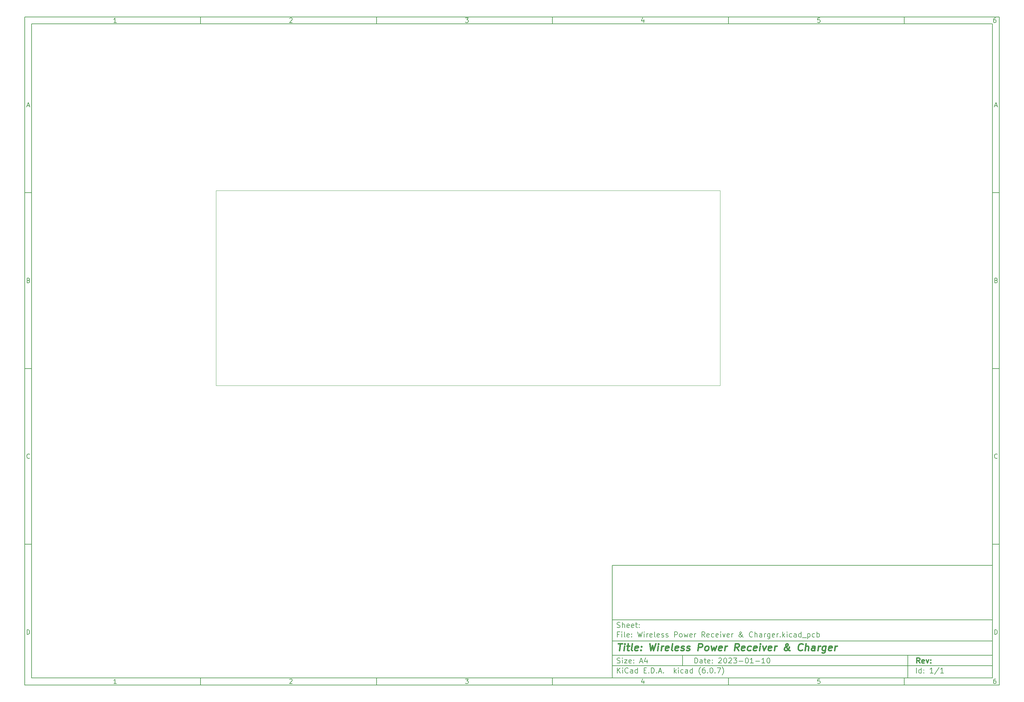
<source format=gbr>
%TF.GenerationSoftware,KiCad,Pcbnew,(6.0.7)*%
%TF.CreationDate,2023-01-12T19:29:26+03:00*%
%TF.ProjectId,Wireless Power Receiver & Charger,57697265-6c65-4737-9320-506f77657220,rev?*%
%TF.SameCoordinates,Original*%
%TF.FileFunction,Profile,NP*%
%FSLAX46Y46*%
G04 Gerber Fmt 4.6, Leading zero omitted, Abs format (unit mm)*
G04 Created by KiCad (PCBNEW (6.0.7)) date 2023-01-12 19:29:26*
%MOMM*%
%LPD*%
G01*
G04 APERTURE LIST*
%ADD10C,0.100000*%
%ADD11C,0.150000*%
%ADD12C,0.300000*%
%ADD13C,0.400000*%
%TA.AperFunction,Profile*%
%ADD14C,0.100000*%
%TD*%
G04 APERTURE END LIST*
D10*
D11*
X177002200Y-166007200D02*
X177002200Y-198007200D01*
X285002200Y-198007200D01*
X285002200Y-166007200D01*
X177002200Y-166007200D01*
D10*
D11*
X10000000Y-10000000D02*
X10000000Y-200007200D01*
X287002200Y-200007200D01*
X287002200Y-10000000D01*
X10000000Y-10000000D01*
D10*
D11*
X12000000Y-12000000D02*
X12000000Y-198007200D01*
X285002200Y-198007200D01*
X285002200Y-12000000D01*
X12000000Y-12000000D01*
D10*
D11*
X60000000Y-12000000D02*
X60000000Y-10000000D01*
D10*
D11*
X110000000Y-12000000D02*
X110000000Y-10000000D01*
D10*
D11*
X160000000Y-12000000D02*
X160000000Y-10000000D01*
D10*
D11*
X210000000Y-12000000D02*
X210000000Y-10000000D01*
D10*
D11*
X260000000Y-12000000D02*
X260000000Y-10000000D01*
D10*
D11*
X36065476Y-11588095D02*
X35322619Y-11588095D01*
X35694047Y-11588095D02*
X35694047Y-10288095D01*
X35570238Y-10473809D01*
X35446428Y-10597619D01*
X35322619Y-10659523D01*
D10*
D11*
X85322619Y-10411904D02*
X85384523Y-10350000D01*
X85508333Y-10288095D01*
X85817857Y-10288095D01*
X85941666Y-10350000D01*
X86003571Y-10411904D01*
X86065476Y-10535714D01*
X86065476Y-10659523D01*
X86003571Y-10845238D01*
X85260714Y-11588095D01*
X86065476Y-11588095D01*
D10*
D11*
X135260714Y-10288095D02*
X136065476Y-10288095D01*
X135632142Y-10783333D01*
X135817857Y-10783333D01*
X135941666Y-10845238D01*
X136003571Y-10907142D01*
X136065476Y-11030952D01*
X136065476Y-11340476D01*
X136003571Y-11464285D01*
X135941666Y-11526190D01*
X135817857Y-11588095D01*
X135446428Y-11588095D01*
X135322619Y-11526190D01*
X135260714Y-11464285D01*
D10*
D11*
X185941666Y-10721428D02*
X185941666Y-11588095D01*
X185632142Y-10226190D02*
X185322619Y-11154761D01*
X186127380Y-11154761D01*
D10*
D11*
X236003571Y-10288095D02*
X235384523Y-10288095D01*
X235322619Y-10907142D01*
X235384523Y-10845238D01*
X235508333Y-10783333D01*
X235817857Y-10783333D01*
X235941666Y-10845238D01*
X236003571Y-10907142D01*
X236065476Y-11030952D01*
X236065476Y-11340476D01*
X236003571Y-11464285D01*
X235941666Y-11526190D01*
X235817857Y-11588095D01*
X235508333Y-11588095D01*
X235384523Y-11526190D01*
X235322619Y-11464285D01*
D10*
D11*
X285941666Y-10288095D02*
X285694047Y-10288095D01*
X285570238Y-10350000D01*
X285508333Y-10411904D01*
X285384523Y-10597619D01*
X285322619Y-10845238D01*
X285322619Y-11340476D01*
X285384523Y-11464285D01*
X285446428Y-11526190D01*
X285570238Y-11588095D01*
X285817857Y-11588095D01*
X285941666Y-11526190D01*
X286003571Y-11464285D01*
X286065476Y-11340476D01*
X286065476Y-11030952D01*
X286003571Y-10907142D01*
X285941666Y-10845238D01*
X285817857Y-10783333D01*
X285570238Y-10783333D01*
X285446428Y-10845238D01*
X285384523Y-10907142D01*
X285322619Y-11030952D01*
D10*
D11*
X60000000Y-198007200D02*
X60000000Y-200007200D01*
D10*
D11*
X110000000Y-198007200D02*
X110000000Y-200007200D01*
D10*
D11*
X160000000Y-198007200D02*
X160000000Y-200007200D01*
D10*
D11*
X210000000Y-198007200D02*
X210000000Y-200007200D01*
D10*
D11*
X260000000Y-198007200D02*
X260000000Y-200007200D01*
D10*
D11*
X36065476Y-199595295D02*
X35322619Y-199595295D01*
X35694047Y-199595295D02*
X35694047Y-198295295D01*
X35570238Y-198481009D01*
X35446428Y-198604819D01*
X35322619Y-198666723D01*
D10*
D11*
X85322619Y-198419104D02*
X85384523Y-198357200D01*
X85508333Y-198295295D01*
X85817857Y-198295295D01*
X85941666Y-198357200D01*
X86003571Y-198419104D01*
X86065476Y-198542914D01*
X86065476Y-198666723D01*
X86003571Y-198852438D01*
X85260714Y-199595295D01*
X86065476Y-199595295D01*
D10*
D11*
X135260714Y-198295295D02*
X136065476Y-198295295D01*
X135632142Y-198790533D01*
X135817857Y-198790533D01*
X135941666Y-198852438D01*
X136003571Y-198914342D01*
X136065476Y-199038152D01*
X136065476Y-199347676D01*
X136003571Y-199471485D01*
X135941666Y-199533390D01*
X135817857Y-199595295D01*
X135446428Y-199595295D01*
X135322619Y-199533390D01*
X135260714Y-199471485D01*
D10*
D11*
X185941666Y-198728628D02*
X185941666Y-199595295D01*
X185632142Y-198233390D02*
X185322619Y-199161961D01*
X186127380Y-199161961D01*
D10*
D11*
X236003571Y-198295295D02*
X235384523Y-198295295D01*
X235322619Y-198914342D01*
X235384523Y-198852438D01*
X235508333Y-198790533D01*
X235817857Y-198790533D01*
X235941666Y-198852438D01*
X236003571Y-198914342D01*
X236065476Y-199038152D01*
X236065476Y-199347676D01*
X236003571Y-199471485D01*
X235941666Y-199533390D01*
X235817857Y-199595295D01*
X235508333Y-199595295D01*
X235384523Y-199533390D01*
X235322619Y-199471485D01*
D10*
D11*
X285941666Y-198295295D02*
X285694047Y-198295295D01*
X285570238Y-198357200D01*
X285508333Y-198419104D01*
X285384523Y-198604819D01*
X285322619Y-198852438D01*
X285322619Y-199347676D01*
X285384523Y-199471485D01*
X285446428Y-199533390D01*
X285570238Y-199595295D01*
X285817857Y-199595295D01*
X285941666Y-199533390D01*
X286003571Y-199471485D01*
X286065476Y-199347676D01*
X286065476Y-199038152D01*
X286003571Y-198914342D01*
X285941666Y-198852438D01*
X285817857Y-198790533D01*
X285570238Y-198790533D01*
X285446428Y-198852438D01*
X285384523Y-198914342D01*
X285322619Y-199038152D01*
D10*
D11*
X10000000Y-60000000D02*
X12000000Y-60000000D01*
D10*
D11*
X10000000Y-110000000D02*
X12000000Y-110000000D01*
D10*
D11*
X10000000Y-160000000D02*
X12000000Y-160000000D01*
D10*
D11*
X10690476Y-35216666D02*
X11309523Y-35216666D01*
X10566666Y-35588095D02*
X11000000Y-34288095D01*
X11433333Y-35588095D01*
D10*
D11*
X11092857Y-84907142D02*
X11278571Y-84969047D01*
X11340476Y-85030952D01*
X11402380Y-85154761D01*
X11402380Y-85340476D01*
X11340476Y-85464285D01*
X11278571Y-85526190D01*
X11154761Y-85588095D01*
X10659523Y-85588095D01*
X10659523Y-84288095D01*
X11092857Y-84288095D01*
X11216666Y-84350000D01*
X11278571Y-84411904D01*
X11340476Y-84535714D01*
X11340476Y-84659523D01*
X11278571Y-84783333D01*
X11216666Y-84845238D01*
X11092857Y-84907142D01*
X10659523Y-84907142D01*
D10*
D11*
X11402380Y-135464285D02*
X11340476Y-135526190D01*
X11154761Y-135588095D01*
X11030952Y-135588095D01*
X10845238Y-135526190D01*
X10721428Y-135402380D01*
X10659523Y-135278571D01*
X10597619Y-135030952D01*
X10597619Y-134845238D01*
X10659523Y-134597619D01*
X10721428Y-134473809D01*
X10845238Y-134350000D01*
X11030952Y-134288095D01*
X11154761Y-134288095D01*
X11340476Y-134350000D01*
X11402380Y-134411904D01*
D10*
D11*
X10659523Y-185588095D02*
X10659523Y-184288095D01*
X10969047Y-184288095D01*
X11154761Y-184350000D01*
X11278571Y-184473809D01*
X11340476Y-184597619D01*
X11402380Y-184845238D01*
X11402380Y-185030952D01*
X11340476Y-185278571D01*
X11278571Y-185402380D01*
X11154761Y-185526190D01*
X10969047Y-185588095D01*
X10659523Y-185588095D01*
D10*
D11*
X287002200Y-60000000D02*
X285002200Y-60000000D01*
D10*
D11*
X287002200Y-110000000D02*
X285002200Y-110000000D01*
D10*
D11*
X287002200Y-160000000D02*
X285002200Y-160000000D01*
D10*
D11*
X285692676Y-35216666D02*
X286311723Y-35216666D01*
X285568866Y-35588095D02*
X286002200Y-34288095D01*
X286435533Y-35588095D01*
D10*
D11*
X286095057Y-84907142D02*
X286280771Y-84969047D01*
X286342676Y-85030952D01*
X286404580Y-85154761D01*
X286404580Y-85340476D01*
X286342676Y-85464285D01*
X286280771Y-85526190D01*
X286156961Y-85588095D01*
X285661723Y-85588095D01*
X285661723Y-84288095D01*
X286095057Y-84288095D01*
X286218866Y-84350000D01*
X286280771Y-84411904D01*
X286342676Y-84535714D01*
X286342676Y-84659523D01*
X286280771Y-84783333D01*
X286218866Y-84845238D01*
X286095057Y-84907142D01*
X285661723Y-84907142D01*
D10*
D11*
X286404580Y-135464285D02*
X286342676Y-135526190D01*
X286156961Y-135588095D01*
X286033152Y-135588095D01*
X285847438Y-135526190D01*
X285723628Y-135402380D01*
X285661723Y-135278571D01*
X285599819Y-135030952D01*
X285599819Y-134845238D01*
X285661723Y-134597619D01*
X285723628Y-134473809D01*
X285847438Y-134350000D01*
X286033152Y-134288095D01*
X286156961Y-134288095D01*
X286342676Y-134350000D01*
X286404580Y-134411904D01*
D10*
D11*
X285661723Y-185588095D02*
X285661723Y-184288095D01*
X285971247Y-184288095D01*
X286156961Y-184350000D01*
X286280771Y-184473809D01*
X286342676Y-184597619D01*
X286404580Y-184845238D01*
X286404580Y-185030952D01*
X286342676Y-185278571D01*
X286280771Y-185402380D01*
X286156961Y-185526190D01*
X285971247Y-185588095D01*
X285661723Y-185588095D01*
D10*
D11*
X200434342Y-193785771D02*
X200434342Y-192285771D01*
X200791485Y-192285771D01*
X201005771Y-192357200D01*
X201148628Y-192500057D01*
X201220057Y-192642914D01*
X201291485Y-192928628D01*
X201291485Y-193142914D01*
X201220057Y-193428628D01*
X201148628Y-193571485D01*
X201005771Y-193714342D01*
X200791485Y-193785771D01*
X200434342Y-193785771D01*
X202577200Y-193785771D02*
X202577200Y-193000057D01*
X202505771Y-192857200D01*
X202362914Y-192785771D01*
X202077200Y-192785771D01*
X201934342Y-192857200D01*
X202577200Y-193714342D02*
X202434342Y-193785771D01*
X202077200Y-193785771D01*
X201934342Y-193714342D01*
X201862914Y-193571485D01*
X201862914Y-193428628D01*
X201934342Y-193285771D01*
X202077200Y-193214342D01*
X202434342Y-193214342D01*
X202577200Y-193142914D01*
X203077200Y-192785771D02*
X203648628Y-192785771D01*
X203291485Y-192285771D02*
X203291485Y-193571485D01*
X203362914Y-193714342D01*
X203505771Y-193785771D01*
X203648628Y-193785771D01*
X204720057Y-193714342D02*
X204577200Y-193785771D01*
X204291485Y-193785771D01*
X204148628Y-193714342D01*
X204077200Y-193571485D01*
X204077200Y-193000057D01*
X204148628Y-192857200D01*
X204291485Y-192785771D01*
X204577200Y-192785771D01*
X204720057Y-192857200D01*
X204791485Y-193000057D01*
X204791485Y-193142914D01*
X204077200Y-193285771D01*
X205434342Y-193642914D02*
X205505771Y-193714342D01*
X205434342Y-193785771D01*
X205362914Y-193714342D01*
X205434342Y-193642914D01*
X205434342Y-193785771D01*
X205434342Y-192857200D02*
X205505771Y-192928628D01*
X205434342Y-193000057D01*
X205362914Y-192928628D01*
X205434342Y-192857200D01*
X205434342Y-193000057D01*
X207220057Y-192428628D02*
X207291485Y-192357200D01*
X207434342Y-192285771D01*
X207791485Y-192285771D01*
X207934342Y-192357200D01*
X208005771Y-192428628D01*
X208077200Y-192571485D01*
X208077200Y-192714342D01*
X208005771Y-192928628D01*
X207148628Y-193785771D01*
X208077200Y-193785771D01*
X209005771Y-192285771D02*
X209148628Y-192285771D01*
X209291485Y-192357200D01*
X209362914Y-192428628D01*
X209434342Y-192571485D01*
X209505771Y-192857200D01*
X209505771Y-193214342D01*
X209434342Y-193500057D01*
X209362914Y-193642914D01*
X209291485Y-193714342D01*
X209148628Y-193785771D01*
X209005771Y-193785771D01*
X208862914Y-193714342D01*
X208791485Y-193642914D01*
X208720057Y-193500057D01*
X208648628Y-193214342D01*
X208648628Y-192857200D01*
X208720057Y-192571485D01*
X208791485Y-192428628D01*
X208862914Y-192357200D01*
X209005771Y-192285771D01*
X210077200Y-192428628D02*
X210148628Y-192357200D01*
X210291485Y-192285771D01*
X210648628Y-192285771D01*
X210791485Y-192357200D01*
X210862914Y-192428628D01*
X210934342Y-192571485D01*
X210934342Y-192714342D01*
X210862914Y-192928628D01*
X210005771Y-193785771D01*
X210934342Y-193785771D01*
X211434342Y-192285771D02*
X212362914Y-192285771D01*
X211862914Y-192857200D01*
X212077200Y-192857200D01*
X212220057Y-192928628D01*
X212291485Y-193000057D01*
X212362914Y-193142914D01*
X212362914Y-193500057D01*
X212291485Y-193642914D01*
X212220057Y-193714342D01*
X212077200Y-193785771D01*
X211648628Y-193785771D01*
X211505771Y-193714342D01*
X211434342Y-193642914D01*
X213005771Y-193214342D02*
X214148628Y-193214342D01*
X215148628Y-192285771D02*
X215291485Y-192285771D01*
X215434342Y-192357200D01*
X215505771Y-192428628D01*
X215577200Y-192571485D01*
X215648628Y-192857200D01*
X215648628Y-193214342D01*
X215577200Y-193500057D01*
X215505771Y-193642914D01*
X215434342Y-193714342D01*
X215291485Y-193785771D01*
X215148628Y-193785771D01*
X215005771Y-193714342D01*
X214934342Y-193642914D01*
X214862914Y-193500057D01*
X214791485Y-193214342D01*
X214791485Y-192857200D01*
X214862914Y-192571485D01*
X214934342Y-192428628D01*
X215005771Y-192357200D01*
X215148628Y-192285771D01*
X217077200Y-193785771D02*
X216220057Y-193785771D01*
X216648628Y-193785771D02*
X216648628Y-192285771D01*
X216505771Y-192500057D01*
X216362914Y-192642914D01*
X216220057Y-192714342D01*
X217720057Y-193214342D02*
X218862914Y-193214342D01*
X220362914Y-193785771D02*
X219505771Y-193785771D01*
X219934342Y-193785771D02*
X219934342Y-192285771D01*
X219791485Y-192500057D01*
X219648628Y-192642914D01*
X219505771Y-192714342D01*
X221291485Y-192285771D02*
X221434342Y-192285771D01*
X221577200Y-192357200D01*
X221648628Y-192428628D01*
X221720057Y-192571485D01*
X221791485Y-192857200D01*
X221791485Y-193214342D01*
X221720057Y-193500057D01*
X221648628Y-193642914D01*
X221577200Y-193714342D01*
X221434342Y-193785771D01*
X221291485Y-193785771D01*
X221148628Y-193714342D01*
X221077200Y-193642914D01*
X221005771Y-193500057D01*
X220934342Y-193214342D01*
X220934342Y-192857200D01*
X221005771Y-192571485D01*
X221077200Y-192428628D01*
X221148628Y-192357200D01*
X221291485Y-192285771D01*
D10*
D11*
X177002200Y-194507200D02*
X285002200Y-194507200D01*
D10*
D11*
X178434342Y-196585771D02*
X178434342Y-195085771D01*
X179291485Y-196585771D02*
X178648628Y-195728628D01*
X179291485Y-195085771D02*
X178434342Y-195942914D01*
X179934342Y-196585771D02*
X179934342Y-195585771D01*
X179934342Y-195085771D02*
X179862914Y-195157200D01*
X179934342Y-195228628D01*
X180005771Y-195157200D01*
X179934342Y-195085771D01*
X179934342Y-195228628D01*
X181505771Y-196442914D02*
X181434342Y-196514342D01*
X181220057Y-196585771D01*
X181077200Y-196585771D01*
X180862914Y-196514342D01*
X180720057Y-196371485D01*
X180648628Y-196228628D01*
X180577200Y-195942914D01*
X180577200Y-195728628D01*
X180648628Y-195442914D01*
X180720057Y-195300057D01*
X180862914Y-195157200D01*
X181077200Y-195085771D01*
X181220057Y-195085771D01*
X181434342Y-195157200D01*
X181505771Y-195228628D01*
X182791485Y-196585771D02*
X182791485Y-195800057D01*
X182720057Y-195657200D01*
X182577200Y-195585771D01*
X182291485Y-195585771D01*
X182148628Y-195657200D01*
X182791485Y-196514342D02*
X182648628Y-196585771D01*
X182291485Y-196585771D01*
X182148628Y-196514342D01*
X182077200Y-196371485D01*
X182077200Y-196228628D01*
X182148628Y-196085771D01*
X182291485Y-196014342D01*
X182648628Y-196014342D01*
X182791485Y-195942914D01*
X184148628Y-196585771D02*
X184148628Y-195085771D01*
X184148628Y-196514342D02*
X184005771Y-196585771D01*
X183720057Y-196585771D01*
X183577200Y-196514342D01*
X183505771Y-196442914D01*
X183434342Y-196300057D01*
X183434342Y-195871485D01*
X183505771Y-195728628D01*
X183577200Y-195657200D01*
X183720057Y-195585771D01*
X184005771Y-195585771D01*
X184148628Y-195657200D01*
X186005771Y-195800057D02*
X186505771Y-195800057D01*
X186720057Y-196585771D02*
X186005771Y-196585771D01*
X186005771Y-195085771D01*
X186720057Y-195085771D01*
X187362914Y-196442914D02*
X187434342Y-196514342D01*
X187362914Y-196585771D01*
X187291485Y-196514342D01*
X187362914Y-196442914D01*
X187362914Y-196585771D01*
X188077200Y-196585771D02*
X188077200Y-195085771D01*
X188434342Y-195085771D01*
X188648628Y-195157200D01*
X188791485Y-195300057D01*
X188862914Y-195442914D01*
X188934342Y-195728628D01*
X188934342Y-195942914D01*
X188862914Y-196228628D01*
X188791485Y-196371485D01*
X188648628Y-196514342D01*
X188434342Y-196585771D01*
X188077200Y-196585771D01*
X189577200Y-196442914D02*
X189648628Y-196514342D01*
X189577200Y-196585771D01*
X189505771Y-196514342D01*
X189577200Y-196442914D01*
X189577200Y-196585771D01*
X190220057Y-196157200D02*
X190934342Y-196157200D01*
X190077200Y-196585771D02*
X190577200Y-195085771D01*
X191077200Y-196585771D01*
X191577200Y-196442914D02*
X191648628Y-196514342D01*
X191577200Y-196585771D01*
X191505771Y-196514342D01*
X191577200Y-196442914D01*
X191577200Y-196585771D01*
X194577200Y-196585771D02*
X194577200Y-195085771D01*
X194720057Y-196014342D02*
X195148628Y-196585771D01*
X195148628Y-195585771D02*
X194577200Y-196157200D01*
X195791485Y-196585771D02*
X195791485Y-195585771D01*
X195791485Y-195085771D02*
X195720057Y-195157200D01*
X195791485Y-195228628D01*
X195862914Y-195157200D01*
X195791485Y-195085771D01*
X195791485Y-195228628D01*
X197148628Y-196514342D02*
X197005771Y-196585771D01*
X196720057Y-196585771D01*
X196577200Y-196514342D01*
X196505771Y-196442914D01*
X196434342Y-196300057D01*
X196434342Y-195871485D01*
X196505771Y-195728628D01*
X196577200Y-195657200D01*
X196720057Y-195585771D01*
X197005771Y-195585771D01*
X197148628Y-195657200D01*
X198434342Y-196585771D02*
X198434342Y-195800057D01*
X198362914Y-195657200D01*
X198220057Y-195585771D01*
X197934342Y-195585771D01*
X197791485Y-195657200D01*
X198434342Y-196514342D02*
X198291485Y-196585771D01*
X197934342Y-196585771D01*
X197791485Y-196514342D01*
X197720057Y-196371485D01*
X197720057Y-196228628D01*
X197791485Y-196085771D01*
X197934342Y-196014342D01*
X198291485Y-196014342D01*
X198434342Y-195942914D01*
X199791485Y-196585771D02*
X199791485Y-195085771D01*
X199791485Y-196514342D02*
X199648628Y-196585771D01*
X199362914Y-196585771D01*
X199220057Y-196514342D01*
X199148628Y-196442914D01*
X199077200Y-196300057D01*
X199077200Y-195871485D01*
X199148628Y-195728628D01*
X199220057Y-195657200D01*
X199362914Y-195585771D01*
X199648628Y-195585771D01*
X199791485Y-195657200D01*
X202077200Y-197157200D02*
X202005771Y-197085771D01*
X201862914Y-196871485D01*
X201791485Y-196728628D01*
X201720057Y-196514342D01*
X201648628Y-196157200D01*
X201648628Y-195871485D01*
X201720057Y-195514342D01*
X201791485Y-195300057D01*
X201862914Y-195157200D01*
X202005771Y-194942914D01*
X202077200Y-194871485D01*
X203291485Y-195085771D02*
X203005771Y-195085771D01*
X202862914Y-195157200D01*
X202791485Y-195228628D01*
X202648628Y-195442914D01*
X202577200Y-195728628D01*
X202577200Y-196300057D01*
X202648628Y-196442914D01*
X202720057Y-196514342D01*
X202862914Y-196585771D01*
X203148628Y-196585771D01*
X203291485Y-196514342D01*
X203362914Y-196442914D01*
X203434342Y-196300057D01*
X203434342Y-195942914D01*
X203362914Y-195800057D01*
X203291485Y-195728628D01*
X203148628Y-195657200D01*
X202862914Y-195657200D01*
X202720057Y-195728628D01*
X202648628Y-195800057D01*
X202577200Y-195942914D01*
X204077200Y-196442914D02*
X204148628Y-196514342D01*
X204077200Y-196585771D01*
X204005771Y-196514342D01*
X204077200Y-196442914D01*
X204077200Y-196585771D01*
X205077200Y-195085771D02*
X205220057Y-195085771D01*
X205362914Y-195157200D01*
X205434342Y-195228628D01*
X205505771Y-195371485D01*
X205577200Y-195657200D01*
X205577200Y-196014342D01*
X205505771Y-196300057D01*
X205434342Y-196442914D01*
X205362914Y-196514342D01*
X205220057Y-196585771D01*
X205077200Y-196585771D01*
X204934342Y-196514342D01*
X204862914Y-196442914D01*
X204791485Y-196300057D01*
X204720057Y-196014342D01*
X204720057Y-195657200D01*
X204791485Y-195371485D01*
X204862914Y-195228628D01*
X204934342Y-195157200D01*
X205077200Y-195085771D01*
X206220057Y-196442914D02*
X206291485Y-196514342D01*
X206220057Y-196585771D01*
X206148628Y-196514342D01*
X206220057Y-196442914D01*
X206220057Y-196585771D01*
X206791485Y-195085771D02*
X207791485Y-195085771D01*
X207148628Y-196585771D01*
X208220057Y-197157200D02*
X208291485Y-197085771D01*
X208434342Y-196871485D01*
X208505771Y-196728628D01*
X208577200Y-196514342D01*
X208648628Y-196157200D01*
X208648628Y-195871485D01*
X208577200Y-195514342D01*
X208505771Y-195300057D01*
X208434342Y-195157200D01*
X208291485Y-194942914D01*
X208220057Y-194871485D01*
D10*
D11*
X177002200Y-191507200D02*
X285002200Y-191507200D01*
D10*
D12*
X264411485Y-193785771D02*
X263911485Y-193071485D01*
X263554342Y-193785771D02*
X263554342Y-192285771D01*
X264125771Y-192285771D01*
X264268628Y-192357200D01*
X264340057Y-192428628D01*
X264411485Y-192571485D01*
X264411485Y-192785771D01*
X264340057Y-192928628D01*
X264268628Y-193000057D01*
X264125771Y-193071485D01*
X263554342Y-193071485D01*
X265625771Y-193714342D02*
X265482914Y-193785771D01*
X265197200Y-193785771D01*
X265054342Y-193714342D01*
X264982914Y-193571485D01*
X264982914Y-193000057D01*
X265054342Y-192857200D01*
X265197200Y-192785771D01*
X265482914Y-192785771D01*
X265625771Y-192857200D01*
X265697200Y-193000057D01*
X265697200Y-193142914D01*
X264982914Y-193285771D01*
X266197200Y-192785771D02*
X266554342Y-193785771D01*
X266911485Y-192785771D01*
X267482914Y-193642914D02*
X267554342Y-193714342D01*
X267482914Y-193785771D01*
X267411485Y-193714342D01*
X267482914Y-193642914D01*
X267482914Y-193785771D01*
X267482914Y-192857200D02*
X267554342Y-192928628D01*
X267482914Y-193000057D01*
X267411485Y-192928628D01*
X267482914Y-192857200D01*
X267482914Y-193000057D01*
D10*
D11*
X178362914Y-193714342D02*
X178577200Y-193785771D01*
X178934342Y-193785771D01*
X179077200Y-193714342D01*
X179148628Y-193642914D01*
X179220057Y-193500057D01*
X179220057Y-193357200D01*
X179148628Y-193214342D01*
X179077200Y-193142914D01*
X178934342Y-193071485D01*
X178648628Y-193000057D01*
X178505771Y-192928628D01*
X178434342Y-192857200D01*
X178362914Y-192714342D01*
X178362914Y-192571485D01*
X178434342Y-192428628D01*
X178505771Y-192357200D01*
X178648628Y-192285771D01*
X179005771Y-192285771D01*
X179220057Y-192357200D01*
X179862914Y-193785771D02*
X179862914Y-192785771D01*
X179862914Y-192285771D02*
X179791485Y-192357200D01*
X179862914Y-192428628D01*
X179934342Y-192357200D01*
X179862914Y-192285771D01*
X179862914Y-192428628D01*
X180434342Y-192785771D02*
X181220057Y-192785771D01*
X180434342Y-193785771D01*
X181220057Y-193785771D01*
X182362914Y-193714342D02*
X182220057Y-193785771D01*
X181934342Y-193785771D01*
X181791485Y-193714342D01*
X181720057Y-193571485D01*
X181720057Y-193000057D01*
X181791485Y-192857200D01*
X181934342Y-192785771D01*
X182220057Y-192785771D01*
X182362914Y-192857200D01*
X182434342Y-193000057D01*
X182434342Y-193142914D01*
X181720057Y-193285771D01*
X183077200Y-193642914D02*
X183148628Y-193714342D01*
X183077200Y-193785771D01*
X183005771Y-193714342D01*
X183077200Y-193642914D01*
X183077200Y-193785771D01*
X183077200Y-192857200D02*
X183148628Y-192928628D01*
X183077200Y-193000057D01*
X183005771Y-192928628D01*
X183077200Y-192857200D01*
X183077200Y-193000057D01*
X184862914Y-193357200D02*
X185577200Y-193357200D01*
X184720057Y-193785771D02*
X185220057Y-192285771D01*
X185720057Y-193785771D01*
X186862914Y-192785771D02*
X186862914Y-193785771D01*
X186505771Y-192214342D02*
X186148628Y-193285771D01*
X187077200Y-193285771D01*
D10*
D11*
X263434342Y-196585771D02*
X263434342Y-195085771D01*
X264791485Y-196585771D02*
X264791485Y-195085771D01*
X264791485Y-196514342D02*
X264648628Y-196585771D01*
X264362914Y-196585771D01*
X264220057Y-196514342D01*
X264148628Y-196442914D01*
X264077200Y-196300057D01*
X264077200Y-195871485D01*
X264148628Y-195728628D01*
X264220057Y-195657200D01*
X264362914Y-195585771D01*
X264648628Y-195585771D01*
X264791485Y-195657200D01*
X265505771Y-196442914D02*
X265577200Y-196514342D01*
X265505771Y-196585771D01*
X265434342Y-196514342D01*
X265505771Y-196442914D01*
X265505771Y-196585771D01*
X265505771Y-195657200D02*
X265577200Y-195728628D01*
X265505771Y-195800057D01*
X265434342Y-195728628D01*
X265505771Y-195657200D01*
X265505771Y-195800057D01*
X268148628Y-196585771D02*
X267291485Y-196585771D01*
X267720057Y-196585771D02*
X267720057Y-195085771D01*
X267577200Y-195300057D01*
X267434342Y-195442914D01*
X267291485Y-195514342D01*
X269862914Y-195014342D02*
X268577200Y-196942914D01*
X271148628Y-196585771D02*
X270291485Y-196585771D01*
X270720057Y-196585771D02*
X270720057Y-195085771D01*
X270577200Y-195300057D01*
X270434342Y-195442914D01*
X270291485Y-195514342D01*
D10*
D11*
X177002200Y-187507200D02*
X285002200Y-187507200D01*
D10*
D13*
X178714580Y-188211961D02*
X179857438Y-188211961D01*
X179036009Y-190211961D02*
X179286009Y-188211961D01*
X180274104Y-190211961D02*
X180440771Y-188878628D01*
X180524104Y-188211961D02*
X180416961Y-188307200D01*
X180500295Y-188402438D01*
X180607438Y-188307200D01*
X180524104Y-188211961D01*
X180500295Y-188402438D01*
X181107438Y-188878628D02*
X181869342Y-188878628D01*
X181476485Y-188211961D02*
X181262200Y-189926247D01*
X181333628Y-190116723D01*
X181512200Y-190211961D01*
X181702676Y-190211961D01*
X182655057Y-190211961D02*
X182476485Y-190116723D01*
X182405057Y-189926247D01*
X182619342Y-188211961D01*
X184190771Y-190116723D02*
X183988390Y-190211961D01*
X183607438Y-190211961D01*
X183428866Y-190116723D01*
X183357438Y-189926247D01*
X183452676Y-189164342D01*
X183571723Y-188973866D01*
X183774104Y-188878628D01*
X184155057Y-188878628D01*
X184333628Y-188973866D01*
X184405057Y-189164342D01*
X184381247Y-189354819D01*
X183405057Y-189545295D01*
X185155057Y-190021485D02*
X185238390Y-190116723D01*
X185131247Y-190211961D01*
X185047914Y-190116723D01*
X185155057Y-190021485D01*
X185131247Y-190211961D01*
X185286009Y-188973866D02*
X185369342Y-189069104D01*
X185262200Y-189164342D01*
X185178866Y-189069104D01*
X185286009Y-188973866D01*
X185262200Y-189164342D01*
X187666961Y-188211961D02*
X187893152Y-190211961D01*
X188452676Y-188783390D01*
X188655057Y-190211961D01*
X189381247Y-188211961D01*
X189893152Y-190211961D02*
X190059819Y-188878628D01*
X190143152Y-188211961D02*
X190036009Y-188307200D01*
X190119342Y-188402438D01*
X190226485Y-188307200D01*
X190143152Y-188211961D01*
X190119342Y-188402438D01*
X190845533Y-190211961D02*
X191012200Y-188878628D01*
X190964580Y-189259580D02*
X191083628Y-189069104D01*
X191190771Y-188973866D01*
X191393152Y-188878628D01*
X191583628Y-188878628D01*
X192857438Y-190116723D02*
X192655057Y-190211961D01*
X192274104Y-190211961D01*
X192095533Y-190116723D01*
X192024104Y-189926247D01*
X192119342Y-189164342D01*
X192238390Y-188973866D01*
X192440771Y-188878628D01*
X192821723Y-188878628D01*
X193000295Y-188973866D01*
X193071723Y-189164342D01*
X193047914Y-189354819D01*
X192071723Y-189545295D01*
X194083628Y-190211961D02*
X193905057Y-190116723D01*
X193833628Y-189926247D01*
X194047914Y-188211961D01*
X195619342Y-190116723D02*
X195416961Y-190211961D01*
X195036009Y-190211961D01*
X194857438Y-190116723D01*
X194786009Y-189926247D01*
X194881247Y-189164342D01*
X195000295Y-188973866D01*
X195202676Y-188878628D01*
X195583628Y-188878628D01*
X195762200Y-188973866D01*
X195833628Y-189164342D01*
X195809819Y-189354819D01*
X194833628Y-189545295D01*
X196476485Y-190116723D02*
X196655057Y-190211961D01*
X197036009Y-190211961D01*
X197238390Y-190116723D01*
X197357438Y-189926247D01*
X197369342Y-189831009D01*
X197297914Y-189640533D01*
X197119342Y-189545295D01*
X196833628Y-189545295D01*
X196655057Y-189450057D01*
X196583628Y-189259580D01*
X196595533Y-189164342D01*
X196714580Y-188973866D01*
X196916961Y-188878628D01*
X197202676Y-188878628D01*
X197381247Y-188973866D01*
X198095533Y-190116723D02*
X198274104Y-190211961D01*
X198655057Y-190211961D01*
X198857438Y-190116723D01*
X198976485Y-189926247D01*
X198988390Y-189831009D01*
X198916961Y-189640533D01*
X198738390Y-189545295D01*
X198452676Y-189545295D01*
X198274104Y-189450057D01*
X198202676Y-189259580D01*
X198214580Y-189164342D01*
X198333628Y-188973866D01*
X198536009Y-188878628D01*
X198821723Y-188878628D01*
X199000295Y-188973866D01*
X201321723Y-190211961D02*
X201571723Y-188211961D01*
X202333628Y-188211961D01*
X202512200Y-188307200D01*
X202595533Y-188402438D01*
X202666961Y-188592914D01*
X202631247Y-188878628D01*
X202512200Y-189069104D01*
X202405057Y-189164342D01*
X202202676Y-189259580D01*
X201440771Y-189259580D01*
X203607438Y-190211961D02*
X203428866Y-190116723D01*
X203345533Y-190021485D01*
X203274104Y-189831009D01*
X203345533Y-189259580D01*
X203464580Y-189069104D01*
X203571723Y-188973866D01*
X203774104Y-188878628D01*
X204059819Y-188878628D01*
X204238390Y-188973866D01*
X204321723Y-189069104D01*
X204393152Y-189259580D01*
X204321723Y-189831009D01*
X204202676Y-190021485D01*
X204095533Y-190116723D01*
X203893152Y-190211961D01*
X203607438Y-190211961D01*
X205107438Y-188878628D02*
X205321723Y-190211961D01*
X205821723Y-189259580D01*
X206083628Y-190211961D01*
X206631247Y-188878628D01*
X208000295Y-190116723D02*
X207797914Y-190211961D01*
X207416961Y-190211961D01*
X207238390Y-190116723D01*
X207166961Y-189926247D01*
X207262200Y-189164342D01*
X207381247Y-188973866D01*
X207583628Y-188878628D01*
X207964580Y-188878628D01*
X208143152Y-188973866D01*
X208214580Y-189164342D01*
X208190771Y-189354819D01*
X207214580Y-189545295D01*
X208940771Y-190211961D02*
X209107438Y-188878628D01*
X209059819Y-189259580D02*
X209178866Y-189069104D01*
X209286009Y-188973866D01*
X209488390Y-188878628D01*
X209678866Y-188878628D01*
X212845533Y-190211961D02*
X212297914Y-189259580D01*
X211702676Y-190211961D02*
X211952676Y-188211961D01*
X212714580Y-188211961D01*
X212893152Y-188307200D01*
X212976485Y-188402438D01*
X213047914Y-188592914D01*
X213012200Y-188878628D01*
X212893152Y-189069104D01*
X212786009Y-189164342D01*
X212583628Y-189259580D01*
X211821723Y-189259580D01*
X214476485Y-190116723D02*
X214274104Y-190211961D01*
X213893152Y-190211961D01*
X213714580Y-190116723D01*
X213643152Y-189926247D01*
X213738390Y-189164342D01*
X213857438Y-188973866D01*
X214059819Y-188878628D01*
X214440771Y-188878628D01*
X214619342Y-188973866D01*
X214690771Y-189164342D01*
X214666961Y-189354819D01*
X213690771Y-189545295D01*
X216286009Y-190116723D02*
X216083628Y-190211961D01*
X215702676Y-190211961D01*
X215524104Y-190116723D01*
X215440771Y-190021485D01*
X215369342Y-189831009D01*
X215440771Y-189259580D01*
X215559819Y-189069104D01*
X215666961Y-188973866D01*
X215869342Y-188878628D01*
X216250295Y-188878628D01*
X216428866Y-188973866D01*
X217905057Y-190116723D02*
X217702676Y-190211961D01*
X217321723Y-190211961D01*
X217143152Y-190116723D01*
X217071723Y-189926247D01*
X217166961Y-189164342D01*
X217286009Y-188973866D01*
X217488390Y-188878628D01*
X217869342Y-188878628D01*
X218047914Y-188973866D01*
X218119342Y-189164342D01*
X218095533Y-189354819D01*
X217119342Y-189545295D01*
X218845533Y-190211961D02*
X219012200Y-188878628D01*
X219095533Y-188211961D02*
X218988390Y-188307200D01*
X219071723Y-188402438D01*
X219178866Y-188307200D01*
X219095533Y-188211961D01*
X219071723Y-188402438D01*
X219774104Y-188878628D02*
X220083628Y-190211961D01*
X220726485Y-188878628D01*
X222095533Y-190116723D02*
X221893152Y-190211961D01*
X221512200Y-190211961D01*
X221333628Y-190116723D01*
X221262200Y-189926247D01*
X221357438Y-189164342D01*
X221476485Y-188973866D01*
X221678866Y-188878628D01*
X222059819Y-188878628D01*
X222238390Y-188973866D01*
X222309819Y-189164342D01*
X222286009Y-189354819D01*
X221309819Y-189545295D01*
X223036009Y-190211961D02*
X223202676Y-188878628D01*
X223155057Y-189259580D02*
X223274104Y-189069104D01*
X223381247Y-188973866D01*
X223583628Y-188878628D01*
X223774104Y-188878628D01*
X227416961Y-190211961D02*
X227321723Y-190211961D01*
X227143152Y-190116723D01*
X226893152Y-189831009D01*
X226488390Y-189259580D01*
X226333628Y-188973866D01*
X226274104Y-188688152D01*
X226297914Y-188497676D01*
X226416961Y-188307200D01*
X226619342Y-188211961D01*
X226714580Y-188211961D01*
X226893152Y-188307200D01*
X226964580Y-188497676D01*
X226952676Y-188592914D01*
X226833628Y-188783390D01*
X226726485Y-188878628D01*
X226107438Y-189259580D01*
X226000295Y-189354819D01*
X225881247Y-189545295D01*
X225845533Y-189831009D01*
X225916961Y-190021485D01*
X226000295Y-190116723D01*
X226178866Y-190211961D01*
X226464580Y-190211961D01*
X226666961Y-190116723D01*
X226774104Y-190021485D01*
X227107438Y-189640533D01*
X227238390Y-189354819D01*
X227262200Y-189164342D01*
X230964580Y-190021485D02*
X230857438Y-190116723D01*
X230559819Y-190211961D01*
X230369342Y-190211961D01*
X230095533Y-190116723D01*
X229928866Y-189926247D01*
X229857438Y-189735771D01*
X229809819Y-189354819D01*
X229845533Y-189069104D01*
X229988390Y-188688152D01*
X230107438Y-188497676D01*
X230321723Y-188307200D01*
X230619342Y-188211961D01*
X230809819Y-188211961D01*
X231083628Y-188307200D01*
X231166961Y-188402438D01*
X231797914Y-190211961D02*
X232047914Y-188211961D01*
X232655057Y-190211961D02*
X232786009Y-189164342D01*
X232714580Y-188973866D01*
X232536009Y-188878628D01*
X232250295Y-188878628D01*
X232047914Y-188973866D01*
X231940771Y-189069104D01*
X234464580Y-190211961D02*
X234595533Y-189164342D01*
X234524104Y-188973866D01*
X234345533Y-188878628D01*
X233964580Y-188878628D01*
X233762200Y-188973866D01*
X234476485Y-190116723D02*
X234274104Y-190211961D01*
X233797914Y-190211961D01*
X233619342Y-190116723D01*
X233547914Y-189926247D01*
X233571723Y-189735771D01*
X233690771Y-189545295D01*
X233893152Y-189450057D01*
X234369342Y-189450057D01*
X234571723Y-189354819D01*
X235416961Y-190211961D02*
X235583628Y-188878628D01*
X235536009Y-189259580D02*
X235655057Y-189069104D01*
X235762200Y-188973866D01*
X235964580Y-188878628D01*
X236155057Y-188878628D01*
X237678866Y-188878628D02*
X237476485Y-190497676D01*
X237357438Y-190688152D01*
X237250295Y-190783390D01*
X237047914Y-190878628D01*
X236762200Y-190878628D01*
X236583628Y-190783390D01*
X237524104Y-190116723D02*
X237321723Y-190211961D01*
X236940771Y-190211961D01*
X236762200Y-190116723D01*
X236678866Y-190021485D01*
X236607438Y-189831009D01*
X236678866Y-189259580D01*
X236797914Y-189069104D01*
X236905057Y-188973866D01*
X237107438Y-188878628D01*
X237488390Y-188878628D01*
X237666961Y-188973866D01*
X239238390Y-190116723D02*
X239036009Y-190211961D01*
X238655057Y-190211961D01*
X238476485Y-190116723D01*
X238405057Y-189926247D01*
X238500295Y-189164342D01*
X238619342Y-188973866D01*
X238821723Y-188878628D01*
X239202676Y-188878628D01*
X239381247Y-188973866D01*
X239452676Y-189164342D01*
X239428866Y-189354819D01*
X238452676Y-189545295D01*
X240178866Y-190211961D02*
X240345533Y-188878628D01*
X240297914Y-189259580D02*
X240416961Y-189069104D01*
X240524104Y-188973866D01*
X240726485Y-188878628D01*
X240916961Y-188878628D01*
D10*
D11*
X178934342Y-185600057D02*
X178434342Y-185600057D01*
X178434342Y-186385771D02*
X178434342Y-184885771D01*
X179148628Y-184885771D01*
X179720057Y-186385771D02*
X179720057Y-185385771D01*
X179720057Y-184885771D02*
X179648628Y-184957200D01*
X179720057Y-185028628D01*
X179791485Y-184957200D01*
X179720057Y-184885771D01*
X179720057Y-185028628D01*
X180648628Y-186385771D02*
X180505771Y-186314342D01*
X180434342Y-186171485D01*
X180434342Y-184885771D01*
X181791485Y-186314342D02*
X181648628Y-186385771D01*
X181362914Y-186385771D01*
X181220057Y-186314342D01*
X181148628Y-186171485D01*
X181148628Y-185600057D01*
X181220057Y-185457200D01*
X181362914Y-185385771D01*
X181648628Y-185385771D01*
X181791485Y-185457200D01*
X181862914Y-185600057D01*
X181862914Y-185742914D01*
X181148628Y-185885771D01*
X182505771Y-186242914D02*
X182577200Y-186314342D01*
X182505771Y-186385771D01*
X182434342Y-186314342D01*
X182505771Y-186242914D01*
X182505771Y-186385771D01*
X182505771Y-185457200D02*
X182577200Y-185528628D01*
X182505771Y-185600057D01*
X182434342Y-185528628D01*
X182505771Y-185457200D01*
X182505771Y-185600057D01*
X184220057Y-184885771D02*
X184577200Y-186385771D01*
X184862914Y-185314342D01*
X185148628Y-186385771D01*
X185505771Y-184885771D01*
X186077200Y-186385771D02*
X186077200Y-185385771D01*
X186077200Y-184885771D02*
X186005771Y-184957200D01*
X186077200Y-185028628D01*
X186148628Y-184957200D01*
X186077200Y-184885771D01*
X186077200Y-185028628D01*
X186791485Y-186385771D02*
X186791485Y-185385771D01*
X186791485Y-185671485D02*
X186862914Y-185528628D01*
X186934342Y-185457200D01*
X187077200Y-185385771D01*
X187220057Y-185385771D01*
X188291485Y-186314342D02*
X188148628Y-186385771D01*
X187862914Y-186385771D01*
X187720057Y-186314342D01*
X187648628Y-186171485D01*
X187648628Y-185600057D01*
X187720057Y-185457200D01*
X187862914Y-185385771D01*
X188148628Y-185385771D01*
X188291485Y-185457200D01*
X188362914Y-185600057D01*
X188362914Y-185742914D01*
X187648628Y-185885771D01*
X189220057Y-186385771D02*
X189077200Y-186314342D01*
X189005771Y-186171485D01*
X189005771Y-184885771D01*
X190362914Y-186314342D02*
X190220057Y-186385771D01*
X189934342Y-186385771D01*
X189791485Y-186314342D01*
X189720057Y-186171485D01*
X189720057Y-185600057D01*
X189791485Y-185457200D01*
X189934342Y-185385771D01*
X190220057Y-185385771D01*
X190362914Y-185457200D01*
X190434342Y-185600057D01*
X190434342Y-185742914D01*
X189720057Y-185885771D01*
X191005771Y-186314342D02*
X191148628Y-186385771D01*
X191434342Y-186385771D01*
X191577200Y-186314342D01*
X191648628Y-186171485D01*
X191648628Y-186100057D01*
X191577200Y-185957200D01*
X191434342Y-185885771D01*
X191220057Y-185885771D01*
X191077200Y-185814342D01*
X191005771Y-185671485D01*
X191005771Y-185600057D01*
X191077200Y-185457200D01*
X191220057Y-185385771D01*
X191434342Y-185385771D01*
X191577200Y-185457200D01*
X192220057Y-186314342D02*
X192362914Y-186385771D01*
X192648628Y-186385771D01*
X192791485Y-186314342D01*
X192862914Y-186171485D01*
X192862914Y-186100057D01*
X192791485Y-185957200D01*
X192648628Y-185885771D01*
X192434342Y-185885771D01*
X192291485Y-185814342D01*
X192220057Y-185671485D01*
X192220057Y-185600057D01*
X192291485Y-185457200D01*
X192434342Y-185385771D01*
X192648628Y-185385771D01*
X192791485Y-185457200D01*
X194648628Y-186385771D02*
X194648628Y-184885771D01*
X195220057Y-184885771D01*
X195362914Y-184957200D01*
X195434342Y-185028628D01*
X195505771Y-185171485D01*
X195505771Y-185385771D01*
X195434342Y-185528628D01*
X195362914Y-185600057D01*
X195220057Y-185671485D01*
X194648628Y-185671485D01*
X196362914Y-186385771D02*
X196220057Y-186314342D01*
X196148628Y-186242914D01*
X196077200Y-186100057D01*
X196077200Y-185671485D01*
X196148628Y-185528628D01*
X196220057Y-185457200D01*
X196362914Y-185385771D01*
X196577200Y-185385771D01*
X196720057Y-185457200D01*
X196791485Y-185528628D01*
X196862914Y-185671485D01*
X196862914Y-186100057D01*
X196791485Y-186242914D01*
X196720057Y-186314342D01*
X196577200Y-186385771D01*
X196362914Y-186385771D01*
X197362914Y-185385771D02*
X197648628Y-186385771D01*
X197934342Y-185671485D01*
X198220057Y-186385771D01*
X198505771Y-185385771D01*
X199648628Y-186314342D02*
X199505771Y-186385771D01*
X199220057Y-186385771D01*
X199077200Y-186314342D01*
X199005771Y-186171485D01*
X199005771Y-185600057D01*
X199077200Y-185457200D01*
X199220057Y-185385771D01*
X199505771Y-185385771D01*
X199648628Y-185457200D01*
X199720057Y-185600057D01*
X199720057Y-185742914D01*
X199005771Y-185885771D01*
X200362914Y-186385771D02*
X200362914Y-185385771D01*
X200362914Y-185671485D02*
X200434342Y-185528628D01*
X200505771Y-185457200D01*
X200648628Y-185385771D01*
X200791485Y-185385771D01*
X203291485Y-186385771D02*
X202791485Y-185671485D01*
X202434342Y-186385771D02*
X202434342Y-184885771D01*
X203005771Y-184885771D01*
X203148628Y-184957200D01*
X203220057Y-185028628D01*
X203291485Y-185171485D01*
X203291485Y-185385771D01*
X203220057Y-185528628D01*
X203148628Y-185600057D01*
X203005771Y-185671485D01*
X202434342Y-185671485D01*
X204505771Y-186314342D02*
X204362914Y-186385771D01*
X204077200Y-186385771D01*
X203934342Y-186314342D01*
X203862914Y-186171485D01*
X203862914Y-185600057D01*
X203934342Y-185457200D01*
X204077200Y-185385771D01*
X204362914Y-185385771D01*
X204505771Y-185457200D01*
X204577200Y-185600057D01*
X204577200Y-185742914D01*
X203862914Y-185885771D01*
X205862914Y-186314342D02*
X205720057Y-186385771D01*
X205434342Y-186385771D01*
X205291485Y-186314342D01*
X205220057Y-186242914D01*
X205148628Y-186100057D01*
X205148628Y-185671485D01*
X205220057Y-185528628D01*
X205291485Y-185457200D01*
X205434342Y-185385771D01*
X205720057Y-185385771D01*
X205862914Y-185457200D01*
X207077200Y-186314342D02*
X206934342Y-186385771D01*
X206648628Y-186385771D01*
X206505771Y-186314342D01*
X206434342Y-186171485D01*
X206434342Y-185600057D01*
X206505771Y-185457200D01*
X206648628Y-185385771D01*
X206934342Y-185385771D01*
X207077200Y-185457200D01*
X207148628Y-185600057D01*
X207148628Y-185742914D01*
X206434342Y-185885771D01*
X207791485Y-186385771D02*
X207791485Y-185385771D01*
X207791485Y-184885771D02*
X207720057Y-184957200D01*
X207791485Y-185028628D01*
X207862914Y-184957200D01*
X207791485Y-184885771D01*
X207791485Y-185028628D01*
X208362914Y-185385771D02*
X208720057Y-186385771D01*
X209077200Y-185385771D01*
X210220057Y-186314342D02*
X210077200Y-186385771D01*
X209791485Y-186385771D01*
X209648628Y-186314342D01*
X209577200Y-186171485D01*
X209577200Y-185600057D01*
X209648628Y-185457200D01*
X209791485Y-185385771D01*
X210077200Y-185385771D01*
X210220057Y-185457200D01*
X210291485Y-185600057D01*
X210291485Y-185742914D01*
X209577200Y-185885771D01*
X210934342Y-186385771D02*
X210934342Y-185385771D01*
X210934342Y-185671485D02*
X211005771Y-185528628D01*
X211077200Y-185457200D01*
X211220057Y-185385771D01*
X211362914Y-185385771D01*
X214220057Y-186385771D02*
X214148628Y-186385771D01*
X214005771Y-186314342D01*
X213791485Y-186100057D01*
X213434342Y-185671485D01*
X213291485Y-185457200D01*
X213220057Y-185242914D01*
X213220057Y-185100057D01*
X213291485Y-184957200D01*
X213434342Y-184885771D01*
X213505771Y-184885771D01*
X213648628Y-184957200D01*
X213720057Y-185100057D01*
X213720057Y-185171485D01*
X213648628Y-185314342D01*
X213577200Y-185385771D01*
X213148628Y-185671485D01*
X213077200Y-185742914D01*
X213005771Y-185885771D01*
X213005771Y-186100057D01*
X213077200Y-186242914D01*
X213148628Y-186314342D01*
X213291485Y-186385771D01*
X213505771Y-186385771D01*
X213648628Y-186314342D01*
X213720057Y-186242914D01*
X213934342Y-185957200D01*
X214005771Y-185742914D01*
X214005771Y-185600057D01*
X216862914Y-186242914D02*
X216791485Y-186314342D01*
X216577200Y-186385771D01*
X216434342Y-186385771D01*
X216220057Y-186314342D01*
X216077200Y-186171485D01*
X216005771Y-186028628D01*
X215934342Y-185742914D01*
X215934342Y-185528628D01*
X216005771Y-185242914D01*
X216077200Y-185100057D01*
X216220057Y-184957200D01*
X216434342Y-184885771D01*
X216577200Y-184885771D01*
X216791485Y-184957200D01*
X216862914Y-185028628D01*
X217505771Y-186385771D02*
X217505771Y-184885771D01*
X218148628Y-186385771D02*
X218148628Y-185600057D01*
X218077200Y-185457200D01*
X217934342Y-185385771D01*
X217720057Y-185385771D01*
X217577200Y-185457200D01*
X217505771Y-185528628D01*
X219505771Y-186385771D02*
X219505771Y-185600057D01*
X219434342Y-185457200D01*
X219291485Y-185385771D01*
X219005771Y-185385771D01*
X218862914Y-185457200D01*
X219505771Y-186314342D02*
X219362914Y-186385771D01*
X219005771Y-186385771D01*
X218862914Y-186314342D01*
X218791485Y-186171485D01*
X218791485Y-186028628D01*
X218862914Y-185885771D01*
X219005771Y-185814342D01*
X219362914Y-185814342D01*
X219505771Y-185742914D01*
X220220057Y-186385771D02*
X220220057Y-185385771D01*
X220220057Y-185671485D02*
X220291485Y-185528628D01*
X220362914Y-185457200D01*
X220505771Y-185385771D01*
X220648628Y-185385771D01*
X221791485Y-185385771D02*
X221791485Y-186600057D01*
X221720057Y-186742914D01*
X221648628Y-186814342D01*
X221505771Y-186885771D01*
X221291485Y-186885771D01*
X221148628Y-186814342D01*
X221791485Y-186314342D02*
X221648628Y-186385771D01*
X221362914Y-186385771D01*
X221220057Y-186314342D01*
X221148628Y-186242914D01*
X221077200Y-186100057D01*
X221077200Y-185671485D01*
X221148628Y-185528628D01*
X221220057Y-185457200D01*
X221362914Y-185385771D01*
X221648628Y-185385771D01*
X221791485Y-185457200D01*
X223077200Y-186314342D02*
X222934342Y-186385771D01*
X222648628Y-186385771D01*
X222505771Y-186314342D01*
X222434342Y-186171485D01*
X222434342Y-185600057D01*
X222505771Y-185457200D01*
X222648628Y-185385771D01*
X222934342Y-185385771D01*
X223077200Y-185457200D01*
X223148628Y-185600057D01*
X223148628Y-185742914D01*
X222434342Y-185885771D01*
X223791485Y-186385771D02*
X223791485Y-185385771D01*
X223791485Y-185671485D02*
X223862914Y-185528628D01*
X223934342Y-185457200D01*
X224077200Y-185385771D01*
X224220057Y-185385771D01*
X224720057Y-186242914D02*
X224791485Y-186314342D01*
X224720057Y-186385771D01*
X224648628Y-186314342D01*
X224720057Y-186242914D01*
X224720057Y-186385771D01*
X225434342Y-186385771D02*
X225434342Y-184885771D01*
X225577200Y-185814342D02*
X226005771Y-186385771D01*
X226005771Y-185385771D02*
X225434342Y-185957200D01*
X226648628Y-186385771D02*
X226648628Y-185385771D01*
X226648628Y-184885771D02*
X226577200Y-184957200D01*
X226648628Y-185028628D01*
X226720057Y-184957200D01*
X226648628Y-184885771D01*
X226648628Y-185028628D01*
X228005771Y-186314342D02*
X227862914Y-186385771D01*
X227577200Y-186385771D01*
X227434342Y-186314342D01*
X227362914Y-186242914D01*
X227291485Y-186100057D01*
X227291485Y-185671485D01*
X227362914Y-185528628D01*
X227434342Y-185457200D01*
X227577200Y-185385771D01*
X227862914Y-185385771D01*
X228005771Y-185457200D01*
X229291485Y-186385771D02*
X229291485Y-185600057D01*
X229220057Y-185457200D01*
X229077200Y-185385771D01*
X228791485Y-185385771D01*
X228648628Y-185457200D01*
X229291485Y-186314342D02*
X229148628Y-186385771D01*
X228791485Y-186385771D01*
X228648628Y-186314342D01*
X228577200Y-186171485D01*
X228577200Y-186028628D01*
X228648628Y-185885771D01*
X228791485Y-185814342D01*
X229148628Y-185814342D01*
X229291485Y-185742914D01*
X230648628Y-186385771D02*
X230648628Y-184885771D01*
X230648628Y-186314342D02*
X230505771Y-186385771D01*
X230220057Y-186385771D01*
X230077200Y-186314342D01*
X230005771Y-186242914D01*
X229934342Y-186100057D01*
X229934342Y-185671485D01*
X230005771Y-185528628D01*
X230077200Y-185457200D01*
X230220057Y-185385771D01*
X230505771Y-185385771D01*
X230648628Y-185457200D01*
X231005771Y-186528628D02*
X232148628Y-186528628D01*
X232505771Y-185385771D02*
X232505771Y-186885771D01*
X232505771Y-185457200D02*
X232648628Y-185385771D01*
X232934342Y-185385771D01*
X233077200Y-185457200D01*
X233148628Y-185528628D01*
X233220057Y-185671485D01*
X233220057Y-186100057D01*
X233148628Y-186242914D01*
X233077200Y-186314342D01*
X232934342Y-186385771D01*
X232648628Y-186385771D01*
X232505771Y-186314342D01*
X234505771Y-186314342D02*
X234362914Y-186385771D01*
X234077200Y-186385771D01*
X233934342Y-186314342D01*
X233862914Y-186242914D01*
X233791485Y-186100057D01*
X233791485Y-185671485D01*
X233862914Y-185528628D01*
X233934342Y-185457200D01*
X234077200Y-185385771D01*
X234362914Y-185385771D01*
X234505771Y-185457200D01*
X235148628Y-186385771D02*
X235148628Y-184885771D01*
X235148628Y-185457200D02*
X235291485Y-185385771D01*
X235577200Y-185385771D01*
X235720057Y-185457200D01*
X235791485Y-185528628D01*
X235862914Y-185671485D01*
X235862914Y-186100057D01*
X235791485Y-186242914D01*
X235720057Y-186314342D01*
X235577200Y-186385771D01*
X235291485Y-186385771D01*
X235148628Y-186314342D01*
D10*
D11*
X177002200Y-181507200D02*
X285002200Y-181507200D01*
D10*
D11*
X178362914Y-183614342D02*
X178577200Y-183685771D01*
X178934342Y-183685771D01*
X179077200Y-183614342D01*
X179148628Y-183542914D01*
X179220057Y-183400057D01*
X179220057Y-183257200D01*
X179148628Y-183114342D01*
X179077200Y-183042914D01*
X178934342Y-182971485D01*
X178648628Y-182900057D01*
X178505771Y-182828628D01*
X178434342Y-182757200D01*
X178362914Y-182614342D01*
X178362914Y-182471485D01*
X178434342Y-182328628D01*
X178505771Y-182257200D01*
X178648628Y-182185771D01*
X179005771Y-182185771D01*
X179220057Y-182257200D01*
X179862914Y-183685771D02*
X179862914Y-182185771D01*
X180505771Y-183685771D02*
X180505771Y-182900057D01*
X180434342Y-182757200D01*
X180291485Y-182685771D01*
X180077200Y-182685771D01*
X179934342Y-182757200D01*
X179862914Y-182828628D01*
X181791485Y-183614342D02*
X181648628Y-183685771D01*
X181362914Y-183685771D01*
X181220057Y-183614342D01*
X181148628Y-183471485D01*
X181148628Y-182900057D01*
X181220057Y-182757200D01*
X181362914Y-182685771D01*
X181648628Y-182685771D01*
X181791485Y-182757200D01*
X181862914Y-182900057D01*
X181862914Y-183042914D01*
X181148628Y-183185771D01*
X183077200Y-183614342D02*
X182934342Y-183685771D01*
X182648628Y-183685771D01*
X182505771Y-183614342D01*
X182434342Y-183471485D01*
X182434342Y-182900057D01*
X182505771Y-182757200D01*
X182648628Y-182685771D01*
X182934342Y-182685771D01*
X183077200Y-182757200D01*
X183148628Y-182900057D01*
X183148628Y-183042914D01*
X182434342Y-183185771D01*
X183577200Y-182685771D02*
X184148628Y-182685771D01*
X183791485Y-182185771D02*
X183791485Y-183471485D01*
X183862914Y-183614342D01*
X184005771Y-183685771D01*
X184148628Y-183685771D01*
X184648628Y-183542914D02*
X184720057Y-183614342D01*
X184648628Y-183685771D01*
X184577200Y-183614342D01*
X184648628Y-183542914D01*
X184648628Y-183685771D01*
X184648628Y-182757200D02*
X184720057Y-182828628D01*
X184648628Y-182900057D01*
X184577200Y-182828628D01*
X184648628Y-182757200D01*
X184648628Y-182900057D01*
D10*
D12*
D10*
D11*
D10*
D11*
D10*
D11*
D10*
D11*
D10*
D11*
X197002200Y-191507200D02*
X197002200Y-194507200D01*
D10*
D11*
X261002200Y-191507200D02*
X261002200Y-198007200D01*
D14*
X64375000Y-59400000D02*
X207600000Y-59400000D01*
X207600000Y-59400000D02*
X207600000Y-114825000D01*
X207600000Y-114825000D02*
X64375000Y-114825000D01*
X64375000Y-114825000D02*
X64375000Y-59400000D01*
M02*

</source>
